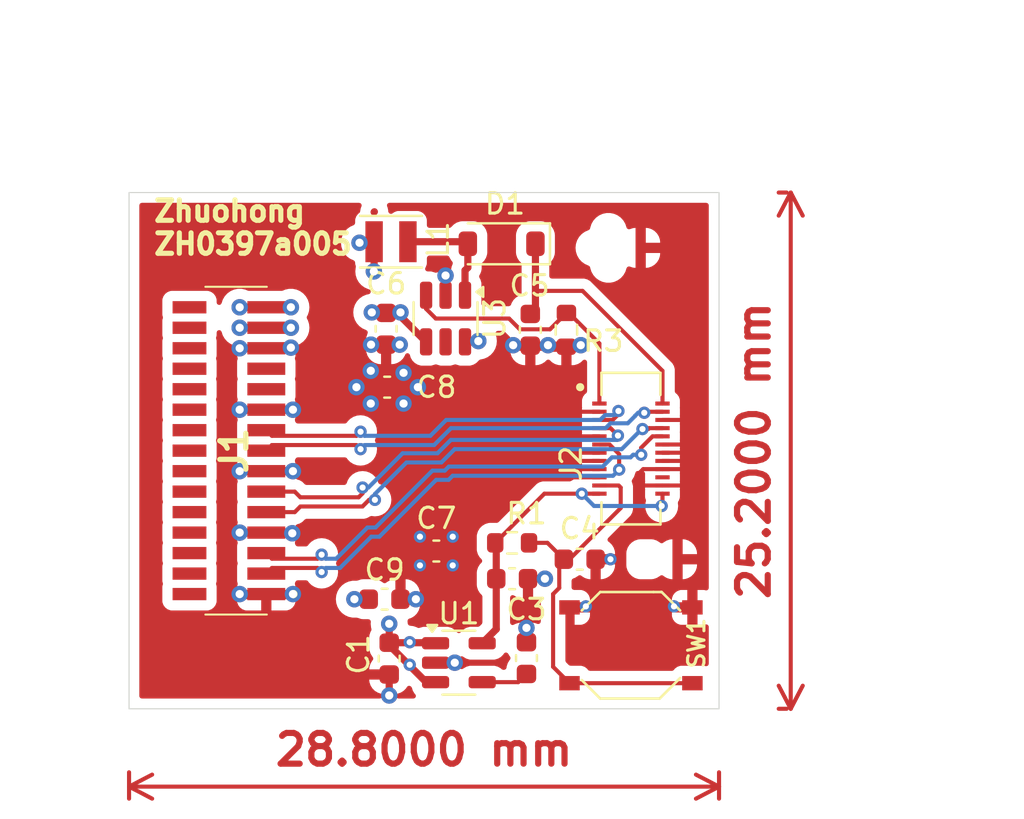
<source format=kicad_pcb>
(kicad_pcb (version 20240108) (generator "pcbnew") (generator_version "8.0")
  (layers (0 "F.Cu" signal) (1 "In1.Cu" signal) (2 "In2.Cu" signal) (31 "B.Cu" signal) (34 "B.Paste" user) (35 "F.Paste" user) (36 "B.SilkS" user "B.Silkscreen") (37 "F.SilkS" user "F.Silkscreen") (38 "B.Mask" user) (39 "F.Mask" user) (44 "Edge.Cuts" user))
  (net 0 "")
  (net 1 "GND")
  (net 2 "+3V3")
  (net 3 "Net-(U1-BP)")
  (net 19 "+2V8")
  (net 20 "D1_P")
  (net 21 "CLK_C_N")
  (net 22 "D1_N")
  (net 23 "CLK_C_P")
  (net 24 "D0_P")
  (net 25 "D0_N")
  (net 26 "RST")
  (net 27 "Net-(D1-A)")
  (net 30 "LEDA")
  (net 31 "LEDK")
  (net 32 "TE")
  (footprint "Inductor_SMD:L_Changjiang_FNR252010S" (layer "F.Cu") (at 79.0875 51.8)
    (property "Reference" "L1" (at 2.3 -0.1 90) (layer "F.SilkS"))
    (property "Value" "22uH")
    (fp_line (start -1.51 -1.26) (end 1.51 -1.26) (stroke (width 0.12)) (layer "F.SilkS"))
    (fp_line (start -1.51 1.26) (end 1.51 1.26) (stroke (width 0.12)) (layer "F.SilkS"))
    (pad "1" smd rect (at -0.825 0) (size 0.85 2) (layers "F.Cu" "F.Paste" "F.Mask") (net 2 "+3V3"))
    (pad "2" smd rect (at 0.825 0) (size 0.85 2) (layers "F.Cu" "F.Paste" "F.Mask") (net 27 "Net-(D1-A)"))
  )
  (footprint "Resistor_SMD:R_0603_1608Metric" (layer "F.Cu") (at 85 66.5)
    (property "Reference" "R1" (at 0.7 -1.43 360) (layer "F.SilkS"))
    (property "Value" "10k" (hide yes))
    (fp_line (start -0.237258 -0.5225) (end 0.237258 -0.5225) (stroke (width 0.12)) (layer "F.SilkS"))
    (fp_line (start -0.237258 0.5225) (end 0.237258 0.5225) (stroke (width 0.12)) (layer "F.SilkS"))
    (pad "1" smd roundrect (at -0.825 0) (size 0.8 0.95) (layers "F.Cu" "F.Paste" "F.Mask") (net 19 "+2V8"))
    (pad "2" smd roundrect (at 0.825 0) (size 0.8 0.95) (layers "F.Cu" "F.Paste" "F.Mask") (net 26 "RST"))
  )
  (footprint "Capacitor_SMD:C_0603_1608Metric" (layer "F.Cu") (at 85.7 72.125 90)
    (property "Reference" "C3" (at 2.375 0 0) (layer "F.SilkS"))
    (property "Value" "1uF")
    (fp_line (start -0.140581 -0.51) (end 0.140581 -0.51) (stroke (width 0.12)) (layer "F.SilkS"))
    (fp_line (start -0.140581 0.51) (end 0.140581 0.51) (stroke (width 0.12)) (layer "F.SilkS"))
    (pad "1" smd roundrect (at -0.775 0 90) (size 0.9 0.95) (layers "F.Cu" "F.Paste" "F.Mask") (net 3 "Net-(U1-BP)"))
    (pad "2" smd roundrect (at 0.775 0 90) (size 0.9 0.95) (layers "F.Cu" "F.Paste" "F.Mask") (net 1 "GND"))
  )
  (footprint "Capacitor_SMD:C_0603_1608Metric" (layer "F.Cu") (at 81.3 66.9)
    (property "Reference" "C7" (at 0 -1.6 180) (layer "F.SilkS"))
    (property "Value" "10nF")
    (fp_line (start -0.14058 -0.51) (end 0.14058 -0.51) (stroke (width 0.12)) (layer "F.SilkS"))
    (fp_line (start -0.14058 0.51) (end 0.14058 0.51) (stroke (width 0.12)) (layer "F.SilkS"))
    (pad "1" smd roundrect (at -0.775 0) (size 0.9 0.95) (layers "F.Cu" "F.Paste" "F.Mask") (net 2 "+3V3"))
    (pad "2" smd roundrect (at 0.775 0) (size 0.9 0.95) (layers "F.Cu" "F.Paste" "F.Mask") (net 1 "GND"))
  )
  (footprint "Capacitor_SMD:C_0603_1608Metric" (layer "F.Cu") (at 78.775 69.25)
    (property "Reference" "C9" (at 0 -1.43 0) (layer "F.SilkS"))
    (property "Value" "10nF")
    (fp_line (start -0.14058 -0.51) (end 0.14058 -0.51) (stroke (width 0.12)) (layer "F.SilkS"))
    (fp_line (start -0.14058 0.51) (end 0.14058 0.51) (stroke (width 0.12)) (layer "F.SilkS"))
    (pad "1" smd roundrect (at -0.775 0) (size 0.9 0.95) (layers "F.Cu" "F.Paste" "F.Mask") (net 2 "+3V3"))
    (pad "2" smd roundrect (at 0.775 0) (size 0.9 0.95) (layers "F.Cu" "F.Paste" "F.Mask") (net 1 "GND"))
  )
  (footprint "custom:SW4-SMD-5.2X5.2X1.5MM" (layer "F.Cu") (at 90.8 71.5 180)
    (property "Reference" "SW1" (at -3.2 0.1 -90) (layer "F.SilkS") (effects (font (size 0.8 0.8) (thickness 0.15) (bold yes))))
    (property "Value" "SMD-BUTTON_4P-5.2X5.2X1.5MM-SKQGADE010_" (hide yes))
    (fp_line (start 1.5 2.6) (end 2.4 1.7) (stroke (width 0.127)) (layer "F.SilkS"))
    (fp_line (start 1.5 2.6) (end -1.1 2.6) (stroke (width 0.127)) (layer "F.SilkS"))
    (fp_line (start 1.5 -2.6) (end 2.4 -1.7) (stroke (width 0.127)) (layer "F.SilkS"))
    (fp_line (start -1.1 2.6) (end -1.45982 2.6) (stroke (width 0.127)) (layer "F.SilkS"))
    (fp_line (start -1.4 -2.6) (end 1.5 -2.6) (stroke (width 0.127)) (layer "F.SilkS"))
    (fp_line (start -1.4 -2.6) (end -2.4 -1.6) (stroke (width 0.127)) (layer "F.SilkS"))
    (fp_line (start -1.45982 2.6) (end -1.5 2.6) (stroke (width 0.127)) (layer "F.SilkS"))
    (fp_line (start -1.5 2.6) (end -2.4 1.7) (stroke (width 0.127)) (layer "F.SilkS"))
    (pad "1" smd rect (at -3 -1.85 180) (size 1 0.7) (layers "F.Cu" "F.Paste" "F.Mask") (net 26 "RST"))
    (pad "2" smd rect (at 3 -1.85 180) (size 1 0.7) (layers "F.Cu" "F.Paste" "F.Mask") (net 26 "RST"))
    (pad "3" smd rect (at -3 1.85 180) (size 1 0.7) (layers "F.Cu" "F.Paste" "F.Mask") (net 1 "GND"))
    (pad "4" smd rect (at 3 1.85 180) (size 1 0.7) (layers "F.Cu" "F.Paste" "F.Mask") (net 1 "GND"))
  )
  (footprint "custom:HIROSE_DF40C-24DS-0.4V_51_" (layer "F.Cu") (at 90.8 61.9 90)
    (property "Reference" "J2" (at -0.725 -2.925 270) (layer "F.SilkS"))
    (property "Value" "DF40C-24DS-0.4V_51_")
    (fp_line (start 3.7 -1.44) (end 2.62 -1.44) (stroke (width 0.127)) (layer "F.SilkS"))
    (fp_line (start 3.7 -1.44) (end 3.7 1.44) (stroke (width 0.127)) (layer "F.SilkS"))
    (fp_line (start -2.62 -1.44) (end -3.7 -1.44) (stroke (width 0.127)) (layer "F.SilkS"))
    (fp_line (start -3.7 -1.44) (end -3.7 1.44) (stroke (width 0.127)) (layer "F.SilkS"))
    (fp_line (start 3.7 1.44) (end 2.62 1.44) (stroke (width 0.127)) (layer "F.SilkS"))
    (fp_line (start -3.7 1.44) (end -2.62 1.44) (stroke (width 0.127)) (layer "F.SilkS"))
    (fp_circle (center 3 -2.48) (end 3.1 -2.48) (stroke (width 0.2)) (fill none) (layer "F.SilkS"))
    (pad "1" smd rect (at 2.199999 -1.54 90) (size 0.2 0.7) (layers "F.Cu" "F.Mask") (net 31 "LEDK"))
    (pad "2" smd rect (at 2.199999 1.54 90) (size 0.2 0.7) (layers "F.Cu" "F.Mask") (net 30 "LEDA"))
    (pad "3" smd rect (at 1.8 -1.54 90) (size 0.2 0.7) (layers "F.Cu" "F.Mask") (net 1 "GND"))
    (pad "4" smd rect (at 1.8 1.54 90) (size 0.2 0.7) (layers "F.Cu" "F.Mask") (net 25 "D0_N"))
    (pad "5" smd rect (at 1.4 -1.54 90) (size 0.2 0.7) (layers "F.Cu" "F.Mask") (net 24 "D0_P"))
    (pad "6" smd rect (at 1.4 1.54 90) (size 0.2 0.7) (layers "F.Cu" "F.Mask") (net 1 "GND"))
    (pad "7" smd rect (at 1 -1.54 90) (size 0.2 0.7) (layers "F.Cu" "F.Mask") (net 23 "CLK_C_P"))
    (pad "8" smd rect (at 1 1.54 90) (size 0.2 0.7) (layers "F.Cu" "F.Mask") (net 21 "CLK_C_N"))
    (pad "9" smd rect (at 0.600001 -1.54 90) (size 0.2 0.7) (layers "F.Cu" "F.Mask") (net 1 "GND"))
    (pad "10" smd rect (at 0.600001 1.54 90) (size 0.2 0.7) (layers "F.Cu" "F.Mask") (net 20 "D1_P"))
    (pad "11" smd rect (at 0.2 -1.54 90) (size 0.2 0.7) (layers "F.Cu" "F.Mask") (net 22 "D1_N"))
    (pad "12" smd rect (at 0.2 1.54 90) (size 0.2 0.7) (layers "F.Cu" "F.Mask") (net 1 "GND"))
    (pad "13" smd rect (at -0.2 -1.54 90) (size 0.2 0.7) (layers "F.Cu" "F.Mask") (net 1 "GND"))
    (pad "14" smd rect (at -0.2 1.54 90) (size 0.2 0.7) (layers "F.Cu" "F.Mask") (net 1 "GND"))
    (pad "15" smd rect (at -0.600001 -1.54 90) (size 0.2 0.7) (layers "F.Cu" "F.Mask") (net 1 "GND"))
    (pad "16" smd rect (at -0.600001 1.54 90) (size 0.2 0.7) (layers "F.Cu" "F.Mask") (net 1 "GND"))
    (pad "17" smd rect (at -1 -1.54 90) (size 0.2 0.7) (layers "F.Cu" "F.Mask") (net 1 "GND"))
    (pad "18" smd rect (at -1 1.54 90) (size 0.2 0.7) (layers "F.Cu" "F.Mask") (net 1 "GND"))
    (pad "19" smd rect (at -1.4 -1.54 90) (size 0.2 0.7) (layers "F.Cu" "F.Mask") (net 1 "GND"))
    (pad "20" smd rect (at -1.4 1.54 90) (size 0.2 0.7) (layers "F.Cu" "F.Mask") (net 32 "TE"))
    (pad "21" smd rect (at -1.8 -1.54 90) (size 0.2 0.7) (layers "F.Cu" "F.Mask") (net 26 "RST"))
    (pad "22" smd rect (at -1.8 1.54 90) (size 0.2 0.7) (layers "F.Cu" "F.Mask") (net 1 "GND"))
    (pad "23" smd rect (at -2.199999 -1.54 90) (size 0.2 0.7) (layers "F.Cu" "F.Mask") (net 19 "+2V8"))
    (pad "24" smd rect (at -2.199999 1.54 90) (size 0.2 0.7) (layers "F.Cu" "F.Mask") (net 19 "+2V8"))
  )
  (footprint "Capacitor_SMD:C_0603_1608Metric" (layer "F.Cu") (at 79 72.15 -90)
    (property "Reference" "C1" (at -0.2 1.5 -90) (layer "F.SilkS"))
    (property "Value" "1uF")
    (fp_line (start -0.140581 0.51) (end 0.140581 0.51) (stroke (width 0.12)) (layer "F.SilkS"))
    (fp_line (start -0.140581 -0.51) (end 0.140581 -0.51) (stroke (width 0.12)) (layer "F.SilkS"))
    (pad "1" smd roundrect (at -0.775 0 270) (size 0.9 0.95) (layers "F.Cu" "F.Paste" "F.Mask") (net 2 "+3V3"))
    (pad "2" smd roundrect (at 0.775 0 270) (size 0.9 0.95) (layers "F.Cu" "F.Paste" "F.Mask") (net 1 "GND"))
  )
  (footprint "Capacitor_SMD:C_0603_1608Metric" (layer "F.Cu") (at 78.85 56.05 -90)
    (property "Reference" "C6" (at -2.2 0 180) (layer "F.SilkS"))
    (property "Value" "1uF")
    (fp_line (start -0.140581 0.51) (end 0.140581 0.51) (stroke (width 0.12)) (layer "F.SilkS"))
    (fp_line (start -0.140581 -0.51) (end 0.140581 -0.51) (stroke (width 0.12)) (layer "F.SilkS"))
    (pad "1" smd roundrect (at -0.775 0 270) (size 0.9 0.95) (layers "F.Cu" "F.Paste" "F.Mask") (net 2 "+3V3"))
    (pad "2" smd roundrect (at 0.775 0 270) (size 0.9 0.95) (layers "F.Cu" "F.Paste" "F.Mask") (net 1 "GND"))
  )
  (footprint "custom:117342485" (layer "F.Cu") (at 73.025 62 -90)
    (property "Reference" "J1" (at 0 1.6 -90) (layer "F.SilkS") (effects (font (size 1.27 1.27) (thickness 0.254))))
    (property "Value" "1-1734248-5" (hide yes))
    (fp_line (start -8 0) (end -8 3) (stroke (width 0.1)) (layer "F.SilkS"))
    (fp_line (start 8 0) (end 8 3) (stroke (width 0.1)) (layer "F.SilkS"))
    (fp_line (start 6.9 -1.3) (end 6.9 -1.3) (stroke (width 0.2)) (layer "F.SilkS"))
    (fp_line (start 7.1 -1.3) (end 7.1 -1.3) (stroke (width 0.2)) (layer "F.SilkS"))
    (fp_arc (start 6.9 -1.3) (mid 7 -1.4) (end 7.1 -1.3) (stroke (width 0.2)) (layer "F.SilkS"))
    (fp_arc (start 7.1 -1.3) (mid 7 -1.2) (end 6.9 -1.3) (stroke (width 0.2)) (layer "F.SilkS"))
    (pad "1" smd rect (at 7 0.025 270) (size 0.6 1.85) (layers "F.Cu" "F.Paste" "F.Mask") (net 1 "GND"))
    (pad "2" smd rect (at 6 0.025 270) (size 0.6 1.85) (layers "F.Cu" "F.Paste" "F.Mask") (net 22 "D1_N"))
    (pad "3" smd rect (at 5 0.025 270) (size 0.6 1.85) (layers "F.Cu" "F.Paste" "F.Mask") (net 20 "D1_P"))
    (pad "4" smd rect (at 4 0.025 270) (size 0.6 1.85) (layers "F.Cu" "F.Paste" "F.Mask") (net 1 "GND"))
    (pad "5" smd rect (at 3 0.025 270) (size 0.6 1.85) (layers "F.Cu" "F.Paste" "F.Mask") (net 21 "CLK_C_N"))
    (pad "6" smd rect (at 2 0.025 270) (size 0.6 1.85) (layers "F.Cu" "F.Paste" "F.Mask") (net 23 "CLK_C_P"))
    (pad "7" smd rect (at 1 0.025 270) (size 0.6 1.85) (layers "F.Cu" "F.Paste" "F.Mask") (net 1 "GND"))
    (pad "8" smd rect (at 0 0.025 270) (size 0.6 1.85) (layers "F.Cu" "F.Paste" "F.Mask") (net 25 "D0_N"))
    (pad "9" smd rect (at -1 0.025 270) (size 0.6 1.85) (layers "F.Cu" "F.Paste" "F.Mask") (net 24 "D0_P"))
    (pad "10" smd rect (at -2 0.025 270) (size 0.6 1.85) (layers "F.Cu" "F.Paste" "F.Mask") (net 1 "GND"))
    (pad "11" smd rect (at -3 0.025 270) (size 0.6 1.85) (layers "F.Cu" "F.Paste" "F.Mask"))
    (pad "12" smd rect (at -4 0.025 270) (size 0.6 1.85) (layers "F.Cu" "F.Paste" "F.Mask"))
    (pad "13" smd rect (at -5 0.025 270) (size 0.6 1.85) (layers "F.Cu" "F.Paste" "F.Mask") (net 1 "GND"))
    (pad "14" smd rect (at -6 0.025 270) (size 0.6 1.85) (layers "F.Cu" "F.Paste" "F.Mask") (net 2 "+3V3"))
    (pad "15" smd rect (at -7 0.025 270) (size 0.6 1.85) (layers "F.Cu" "F.Paste" "F.Mask") (net 2 "+3V3"))
    (pad "16" smd rect (at 7 3.775 270) (size 0.6 1.65) (layers "F.Cu" "F.Paste" "F.Mask"))
    (pad "17" smd rect (at 6 3.775 270) (size 0.6 1.65) (layers "F.Cu" "F.Paste" "F.Mask"))
    (pad "18" smd rect (at 5 3.775 270) (size 0.6 1.65) (layers "F.Cu" "F.Paste" "F.Mask"))
    (pad "19" smd rect (at 4 3.775 270) (size 0.6 1.65) (layers "F.Cu" "F.Paste" "F.Mask"))
    (pad "20" smd rect (at 3 3.775 270) (size 0.6 1.65) (layers "F.Cu" "F.Paste" "F.Mask"))
    (pad "21" smd rect (at 2 3.775 270) (size 0.6 1.65) (layers "F.Cu" "F.Paste" "F.Mask"))
    (pad "22" smd rect (at 1 3.775 270) (size 0.6 1.65) (layers "F.Cu" "F.Paste" "F.Mask"))
    (pad "23" smd rect (at 0 3.775 270) (size 0.6 1.65) (layers "F.Cu" "F.Paste" "F.Mask"))
    (pad "24" smd rect (at -1 3.775 270) (size 0.6 1.65) (layers "F.Cu" "F.Paste" "F.Mask"))
    (pad "25" smd rect (at -2 3.775 270) (size 0.6 1.65) (layers "F.Cu" "F.Paste" "F.Mask"))
    (pad "26" smd rect (at -3 3.775 270) (size 0.6 1.65) (layers "F.Cu" "F.Paste" "F.Mask"))
    (pad "27" smd rect (at -4 3.775 270) (size 0.6 1.65) (layers "F.Cu" "F.Paste" "F.Mask"))
    (pad "28" smd rect (at -5 3.775 270) (size 0.6 1.65) (layers "F.Cu" "F.Paste" "F.Mask"))
    (pad "29" smd rect (at -6 3.775 270) (size 0.6 1.65) (layers "F.Cu" "F.Paste" "F.Mask"))
    (pad "30" smd rect (at -7 3.775 270) (size 0.6 1.65) (layers "F.Cu" "F.Paste" "F.Mask"))
  )
  (footprint "Capacitor_SMD:C_0603_1608Metric" (layer "F.Cu") (at 85 68.25)
    (property "Reference" "C2" (hide yes))
    (property "Value" "1uF")
    (fp_line (start -0.14058 -0.51) (end 0.14058 -0.51) (stroke (width 0.12)) (layer "F.SilkS"))
    (fp_line (start -0.14058 0.51) (end 0.14058 0.51) (stroke (width 0.12)) (layer "F.SilkS"))
    (pad "1" smd roundrect (at -0.775 0) (size 0.9 0.95) (layers "F.Cu" "F.Paste" "F.Mask") (net 19 "+2V8"))
    (pad "2" smd roundrect (at 0.775 0) (size 0.9 0.95) (layers "F.Cu" "F.Paste" "F.Mask") (net 1 "GND"))
  )
  (footprint "Capacitor_SMD:C_0603_1608Metric" (layer "F.Cu") (at 78.9 58.9)
    (property "Reference" "C8" (at 2.4 0 0) (layer "F.SilkS"))
    (property "Value" "10nF")
    (fp_line (start -0.14058 -0.51) (end 0.14058 -0.51) (stroke (width 0.12)) (layer "F.SilkS"))
    (fp_line (start -0.14058 0.51) (end 0.14058 0.51) (stroke (width 0.12)) (layer "F.SilkS"))
    (pad "1" smd roundrect (at -0.775 0) (size 0.9 0.95) (layers "F.Cu" "F.Paste" "F.Mask") (net 2 "+3V3"))
    (pad "2" smd roundrect (at 0.775 0) (size 0.9 0.95) (layers "F.Cu" "F.Paste" "F.Mask") (net 1 "GND"))
  )
  (footprint "Package_TO_SOT_SMD:SOT-23-6" (layer "F.Cu") (at 81.75 55.55 -90)
    (property "Reference" "U3" (at 0 -2.4 90) (layer "F.SilkS"))
    (property "Value" "AP3127B")
    (fp_line (start 0 1.560001) (end -0.8 1.56) (stroke (width 0.12)) (layer "F.SilkS"))
    (fp_line (start 0 1.560001) (end 0.8 1.56) (stroke (width 0.12)) (layer "F.SilkS"))
    (fp_line (start 0 -1.560001) (end -0.8 -1.56) (stroke (width 0.12)) (layer "F.SilkS"))
    (fp_line (start 0 -1.560001) (end 0.8 -1.56) (stroke (width 0.12)) (layer "F.SilkS"))
    (fp_poly (pts (xy -1.3 -1.51) (xy -1.54 -1.84) (xy -1.06 -1.84) (xy -1.3 -1.51)) (stroke (width 0.12)) (fill solid) (layer "F.SilkS"))
    (pad "1" smd roundrect (at -1.1375 -0.949999 270) (size 1.325 0.6) (layers "F.Cu" "F.Paste" "F.Mask") (net 27 "Net-(D1-A)"))
    (pad "2" smd roundrect (at -1.1375 0 270) (size 1.325 0.6) (layers "F.Cu" "F.Paste" "F.Mask") (net 1 "GND"))
    (pad "3" smd roundrect (at -1.1375 0.949999 270) (size 1.325 0.6) (layers "F.Cu" "F.Paste" "F.Mask") (net 31 "LEDK"))
    (pad "4" smd roundrect (at 1.1375 0.949999 270) (size 1.325 0.6) (layers "F.Cu" "F.Paste" "F.Mask") (net 2 "+3V3"))
    (pad "5" smd roundrect (at 1.1375 0 270) (size 1.325 0.6) (layers "F.Cu" "F.Paste" "F.Mask"))
    (pad "6" smd roundrect (at 1.1375 -0.949999 270) (size 1.325 0.6) (layers "F.Cu" "F.Paste" "F.Mask") (net 2 "+3V3"))
  )
  (footprint "Capacitor_SMD:C_0603_1608Metric" (layer "F.Cu") (at 85.8875 56.1 -90)
    (property "Reference" "C5" (at -2.15 0.0375 180) (layer "F.SilkS"))
    (property "Value" "0.22uF")
    (fp_line (start -0.140581 0.51) (end 0.140581 0.51) (stroke (width 0.12)) (layer "F.SilkS"))
    (fp_line (start -0.140581 -0.51) (end 0.140581 -0.51) (stroke (width 0.12)) (layer "F.SilkS"))
    (pad "1" smd roundrect (at -0.775 0 270) (size 0.9 0.95) (layers "F.Cu" "F.Paste" "F.Mask") (net 30 "LEDA"))
    (pad "2" smd roundrect (at 0.775 0 270) (size 0.9 0.95) (layers "F.Cu" "F.Paste" "F.Mask") (net 1 "GND"))
  )
  (footprint "Package_TO_SOT_SMD:SOT-23-5" (layer "F.Cu") (at 82.4 72.35)
    (property "Reference" "U1" (at 0 -2.4 0) (layer "F.SilkS"))
    (property "Value" "RS3236-2.5FY5")
    (fp_line (start 0 -1.560001) (end -0.8 -1.56) (stroke (width 0.12)) (layer "F.SilkS"))
    (fp_line (start 0 -1.560001) (end 0.8 -1.56) (stroke (width 0.12)) (layer "F.SilkS"))
    (fp_line (start 0 1.560001) (end -0.8 1.56) (stroke (width 0.12)) (layer "F.SilkS"))
    (fp_line (start 0 1.560001) (end 0.8 1.56) (stroke (width 0.12)) (layer "F.SilkS"))
    (fp_poly (pts (xy -1.3 -1.51) (xy -1.54 -1.84) (xy -1.06 -1.84) (xy -1.3 -1.51)) (stroke (width 0.12)) (fill solid) (layer "F.SilkS"))
    (pad "1" smd roundrect (at -1.1375 -0.949999) (size 1.325 0.6) (layers "F.Cu" "F.Paste" "F.Mask") (net 2 "+3V3"))
    (pad "2" smd roundrect (at -1.1375 0) (size 1.325 0.6) (layers "F.Cu" "F.Paste" "F.Mask") (net 1 "GND"))
    (pad "3" smd roundrect (at -1.1375 0.949999) (size 1.325 0.6) (layers "F.Cu" "F.Paste" "F.Mask") (net 2 "+3V3"))
    (pad "4" smd roundrect (at 1.1375 0.949999) (size 1.325 0.6) (layers "F.Cu" "F.Paste" "F.Mask") (net 3 "Net-(U1-BP)"))
    (pad "5" smd roundrect (at 1.1375 -0.949999) (size 1.325 0.6) (layers "F.Cu" "F.Paste" "F.Mask") (net 19 "+2V8"))
  )
  (footprint "Resistor_SMD:R_0603_1608Metric" (layer "F.Cu") (at 87.65 56.1 -90)
    (property "Reference" "R3" (at 0.55 -1.8 180) (layer "F.SilkS"))
    (property "Value" "6R2 1%")
    (fp_line (start -0.237258 0.5225) (end 0.237258 0.5225) (stroke (width 0.12)) (layer "F.SilkS"))
    (fp_line (start -0.237258 -0.5225) (end 0.237258 -0.5225) (stroke (width 0.12)) (layer "F.SilkS"))
    (pad "1" smd roundrect (at -0.825 0 270) (size 0.8 0.95) (layers "F.Cu" "F.Paste" "F.Mask") (net 31 "LEDK"))
    (pad "2" smd roundrect (at 0.825 0 270) (size 0.8 0.95) (layers "F.Cu" "F.Paste" "F.Mask") (net 1 "GND"))
  )
  (footprint "Capacitor_SMD:C_0603_1608Metric" (layer "F.Cu") (at 88.3 67.3)
    (property "Reference" "C4" (at 0 -1.5 180) (layer "F.SilkS"))
    (property "Value" "1uF")
    (fp_line (start -0.140581 -0.51) (end 0.140581 -0.51) (stroke (width 0.12)) (layer "F.SilkS"))
    (fp_line (start -0.140581 0.51) (end 0.140581 0.51) (stroke (width 0.12)) (layer "F.SilkS"))
    (pad "1" smd roundrect (at -0.775 0) (size 0.9 0.95) (layers "F.Cu" "F.Paste" "F.Mask") (net 26 "RST"))
    (pad "2" smd roundrect (at 0.775 0) (size 0.9 0.95) (layers "F.Cu" "F.Paste" "F.Mask") (net 1 "GND"))
  )
  (footprint "Diode_SMD:D_SOD-123" (layer "F.Cu") (at 84.4875 51.9 180)
    (property "Reference" "D1" (at -0.1625 1.95 180) (layer "F.SilkS"))
    (property "Value" "1N5819W")
    (fp_line (start -2.36 1) (end 1.65 1) (stroke (width 0.12)) (layer "F.SilkS"))
    (fp_line (start -2.36 -1) (end 1.65 -1) (stroke (width 0.12)) (layer "F.SilkS"))
    (fp_line (start -2.36 -1) (end -2.36 1) (stroke (width 0.12)) (layer "F.SilkS"))
    (pad "1" smd roundrect (at -1.65 0 180) (size 0.9 1.2) (layers "F.Cu" "F.Paste" "F.Mask") (net 30 "LEDA"))
    (pad "2" smd roundrect (at 1.65 0 180) (size 0.9 1.2) (layers "F.Cu" "F.Paste" "F.Mask") (net 27 "Net-(D1-A)"))
  )
  (gr_line (start 66.3 74.6) (end 66.3 49.4) (stroke (width 0.05)) (layer "Edge.Cuts"))
  (gr_line (start 66.3 49.4) (end 95.1 49.4) (stroke (width 0.05)) (layer "Edge.Cuts"))
  (gr_line (start 95.1 49.4) (end 95.1 74.6) (stroke (width 0.05)) (layer "Edge.Cuts"))
  (gr_line (start 95.1 74.6) (end 66.3 74.6) (stroke (width 0.05)) (layer "Edge.Cuts"))
  (gr_text "Zhuohong\nZH0397a005" (at 67.4 52.5 0) (layer "F.SilkS") (effects (font (size 1 1) (thickness 0.25) (bold yes)) (justify left bottom)))
  (dimension (type aligned) (layer "F.Cu") (pts (xy 98.9 49.4) (xy 98.9 74.6)) (height 0.3) (gr_text "25,2000 mm" (at 96.8 62 90) (layer "F.Cu") (effects (font (size 1.5 1.5) (thickness 0.3)))) (format (prefix "") (suffix "") (units 3) (units_format 1) (precision 4)) (style (thickness 0.2) (arrow_length 1.27) (text_position_mode 0) (extension_height 0.58642) (extension_offset 0.5) keep_text_aligned))
  (dimension (type aligned) (layer "F.Cu") (pts (xy 66.3 77.2) (xy 95.1 77.2)) (height 1.2) (gr_text "28,8000 mm" (at 80.7 76.6 0) (layer "F.Cu") (effects (font (size 1.5 1.5) (thickness 0.3)))) (format (prefix "") (suffix "") (units 3) (units_format 1) (precision 4)) (style (thickness 0.2) (arrow_length 1.27) (text_position_mode 0) (extension_height 0.58642) (extension_offset 0.5) keep_text_aligned))
  (segment (start 78.85 56.825) (end 79.5125 56.825) (width 0.35) (layer "F.Cu") (net 1))
  (segment (start 81.2625 72.35) (end 82.2 72.35) (width 0.35) (layer "F.Cu") (net 1))
  (segment (start 73 60) (end 71.7 60) (width 0.35) (layer "F.Cu") (net 1))
  (segment (start 86.75 56.85) (end 86.775 56.875) (width 0.35) (layer "F.Cu") (net 1))
  (segment (start 89.26 62.500001) (end 87.9 62.5) (width 0.2) (layer "F.Cu") (net 1))
  (segment (start 86.725 56.875) (end 86.75 56.85) (width 0.35) (layer "F.Cu") (net 1))
  (segment (start 79.675 59.675) (end 79.7 59.7) (width 0.35) (layer "F.Cu") (net 1))
  (segment (start 73 69) (end 71.7 69) (width 0.35) (layer "F.Cu") (net 1))
  (segment (start 91.4 62.9) (end 91.2 63.1) (width 0.2) (layer "F.Cu") (net 1))
  (segment (start 88.275 56.925) (end 88.35 56.85) (width 0.35) (layer "F.Cu") (net 1))
  (segment (start 74.412682 57) (end 74.442537 56.970145) (width 0.35) (layer "F.Cu") (net 1))
  (segment (start 87.65 56.925) (end 88.275 56.925) (width 0.35) (layer "F.Cu") (net 1))
  (segment (start 82.075 66.225) (end 82.1 66.2) (width 0.2) (layer "F.Cu") (net 1))
  (segment (start 79.675 58.9) (end 79.675 59.675) (width 0.35) (layer "F.Cu") (net 1))
  (segment (start 93.4 62.1) (end 93.3 62.1) (width 0.2) (layer "F.Cu") (net 1))
  (segment (start 82.075 67.575) (end 82.1 67.6) (width 0.2) (layer "F.Cu") (net 1))
  (segment (start 79.675 58.225) (end 79.7 58.2) (width 0.35) (layer "F.Cu") (net 1))
  (segment (start 73 63) (end 74.3 63) (width 0.35) (layer "F.Cu") (net 1))
  (segment (start 92.9 69.6) (end 93.8 69.6) (width 0.35) (layer "F.Cu") (net 1))
  (segment (start 79.55 69.25) (end 80.3 69.25) (width 0.35) (layer "F.Cu") (net 1))
  (segment (start 92.34 63.7) (end 93.3 63.7) (width 0.2) (layer "F.Cu") (net 1))
  (segment (start 73 66) (end 74.229344 66) (width 0.35) (layer "F.Cu") (net 1))
  (segment (start 81.75 54.4125) (end 81.75 53.45) (width 0.35) (layer "F.Cu") (net 1))
  (segment (start 74.131833 66.168166) (end 74.268166 66.031833) (width 0.35) (layer "F.Cu") (net 1))
  (segment (start 85.7 71.35) (end 85.7 70.65) (width 0.35) (layer "F.Cu") (net 1))
  (segment (start 79.675 58.9) (end 80.4 58.9) (width 0.35) (layer "F.Cu") (net 1))
  (segment (start 89.26 61.299999) (end 87.9 61.3) (width 0.2) (layer "F.Cu") (net 1))
  (segment (start 79 72.925) (end 79 73.95) (width 0.35) (layer "F.Cu") (net 1))
  (segment (start 89.26 62.1) (end 88 62.1) (width 0.2) (layer "F.Cu") (net 1))
  (segment (start 82.075 66.9) (end 82.075 66.225) (width 0.2) (layer "F.Cu") (net 1))
  (segment (start 73 63) (end 71.7 63) (width 0.35) (layer "F.Cu") (net 1))
  (segment (start 89.075 67.3) (end 89.8 67.3) (width 0.2) (layer "F.Cu") (net 1))
  (segment (start 79.675 58.9) (end 79.675 58.225) (width 0.35) (layer "F.Cu") (net 1))
  (segment (start 78.85 56.825) (end 78.1125 56.825) (width 0.35) (layer "F.Cu") (net 1))
  (segment (start 73 69) (end 74.3 69) (width 0.35) (layer "F.Cu") (net 1))
  (segment (start 73 57) (end 71.6 57) (width 0.35) (layer "F.Cu") (net 1))
  (segment (start 85.8875 56.875) (end 85.125 56.875) (width 0.35) (layer "F.Cu") (net 1))
  (segment (start 92.34 62.9) (end 93.5 62.9) (width 0.2) (layer "F.Cu") (net 1))
  (segment (start 92.34 63.7) (end 91.4 63.7) (width 0.2) (layer "F.Cu") (net 1))
  (segment (start 89.26 60.1) (end 87.8 60.1) (width 0.2) (layer "F.Cu") (net 1))
  (segment (start 92.34 62.9) (end 91.4 62.9) (width 0.2) (layer "F.Cu") (net 1))
  (segment (start 86.775 56.875) (end 87.6 56.875) (width 0.35) (layer "F.Cu") (net 1))
  (segment (start 73 66) (end 71.7 66) (width 0.35) (layer "F.Cu") (net 1))
  (segment (start 73 57) (end 74.412682 57) (width 0.35) (layer "F.Cu") (net 1))
  (segment (start 89.26 62.9) (end 87.9 62.9) (width 0.2) (layer "F.Cu") (net 1))
  (segment (start 73 60) (end 74.3 60) (width 0.35) (layer "F.Cu") (net 1))
  (segment (start 92.34 62.500001) (end 93.5 62.5) (width 0.2) (layer "F.Cu") (net 1))
  (segment (start 92.34 60.5) (end 93.3 60.5) (width 0.2) (layer "F.Cu") (net 1))
  (segment (start 85.8875 56.875) (end 86.725 56.875) (width 0.35) (layer "F.Cu") (net 1))
  (segment (start 82.075 66.9) (end 82.075 67.575) (width 0.2) (layer "F.Cu") (net 1))
  (segment (start 88.6 69.6) (end 87.8 69.6) (width 0.35) (layer "F.Cu") (net 1))
  (segment (start 92.34 62.1) (end 93.4 62.1) (width 0.2) (layer "F.Cu") (net 1))
  (segment (start 85.775 68.25) (end 86.6 68.25) (width 0.35) (layer "F.Cu") (net 1))
  (segment (start 92.34 61.7) (end 93.4 61.7) (width 0.2) (layer "F.Cu") (net 1))
  (segment (start 89.26 63.3) (end 87.9 63.3) (width 0.2) (layer "F.Cu") (net 1))
  (via (at 86.6 68.25) (size 0.8) (drill 0.4) (layers "F.Cu" "B.Cu") (net 1))
  (via (at 79.5125 56.825) (size 0.8) (drill 0.4) (layers "F.Cu" "B.Cu") (net 1))
  (via (at 80.3 69.25) (size 0.8) (drill 0.4) (layers "F.Cu" "B.Cu") (net 1))
  (via (at 88.6 69.6) (size 0.6) (drill 0.3) (layers "F.Cu" "B.Cu") (net 1))
  (via (at 74.3 63) (size 0.8) (drill 0.4) (layers "F.Cu" "B.Cu") (net 1))
  (via (at 71.7 69) (size 0.8) (drill 0.4) (layers "F.Cu" "B.Cu") (net 1))
  (via (at 74.3 69) (size 0.8) (drill 0.4) (layers "F.Cu" "B.Cu") (net 1))
  (via (at 79 73.95) (size 0.8) (drill 0.4) (layers "F.Cu" "B.Cu") (net 1))
  (via (at 86.75 56.85) (size 0.8) (drill 0.4) (layers "F.Cu" "B.Cu") (net 1))
  (via (at 74.3 60) (size 0.8) (drill 0.4) (layers "F.Cu" "B.Cu") (net 1))
  (via (at 85.7 70.65) (size 0.8) (drill 0.4) (layers "F.Cu" "B.Cu") (net 1))
  (via (at 92.9 69.6) (size 0.6) (drill 0.3) (layers "F.Cu" "B.Cu") (net 1))
  (via (at 79.7 58.2) (size 0.8) (drill 0.4) (layers "F.Cu" "B.Cu") (net 1))
  (via (at 85.05 56.85) (size 0.8) (drill 0.4) (layers "F.Cu" "B.Cu") (net 1))
  (via (at 81.75 53.45) (size 0.8) (drill 0.4) (layers "F.Cu" "B.Cu") (net 1))
  (via (at 88.35 56.85) (size 0.8) (drill 0.4) (layers "F.Cu" "B.Cu") (net 1))
  (via (at 78.1125 56.825) (size 0.8) (drill 0.4) (layers "F.Cu" "B.Cu") (net 1))
  (via (at 82.2 72.35) (size 0.8) (drill 0.4) (layers "F.Cu" "B.Cu") (net 1))
  (via (at 74.268166 66.031833) (size 0.8) (drill 0.4) (layers "F.Cu" "B.Cu") (net 1))
  (via (at 74.2 56.970145) (size 0.8) (drill 0.4) (layers "F.Cu" "B.Cu") (net 1))
  (via (at 82.1 67.6) (size 0.6) (drill 0.3) (layers "F.Cu" "B.Cu") (net 1))
  (via (at 80.4 58.9) (size 0.8) (drill 0.4) (layers "F.Cu" "B.Cu") (net 1))
  (via (at 82.1 66.2) (size 0.6) (drill 0.3) (layers "F.Cu" "B.Cu") (net 1))
  (via (at 71.7 66) (size 0.8) (drill 0.4) (layers "F.Cu" "B.Cu") (net 1))
  (via (at 71.7 60) (size 0.8) (drill 0.4) (layers "F.Cu" "B.Cu") (net 1))
  (via (at 89.8 67.3) (size 0.6) (drill 0.3) (layers "F.Cu" "B.Cu") (net 1))
  (via (at 79.7 59.7) (size 0.8) (drill 0.4) (layers "F.Cu" "B.Cu") (net 1))
  (via (at 71.7 63) (size 0.8) (drill 0.4) (layers "F.Cu" "B.Cu") (net 1))
  (via (at 71.7 57) (size 0.8) (drill 0.4) (layers "F.Cu" "B.Cu") (net 1))
  (segment (start 79.625 55.275) (end 79.65 55.25) (width 0.35) (layer "F.Cu") (net 2))
  (segment (start 73 55) (end 71.7 55) (width 0.35) (layer "F.Cu") (net 2))
  (segment (start 79.975 71.375) (end 80 71.35) (width 0.35) (layer "F.Cu") (net 2))
  (segment (start 78.175 55.275) (end 78.15 55.25) (width 0.35) (layer "F.Cu") (net 2))
  (segment (start 78 69.25) (end 77.3 69.25) (width 0.35) (layer "F.Cu") (net 2))
  (segment (start 80.025 71.375) (end 81.237499 71.375) (width 0.35) (layer "F.Cu") (net 2))
  (segment (start 78.125 58.125) (end 78.1 58.1) (width 0.35) (layer "F.Cu") (net 2))
  (segment (start 73 55) (end 74.2 55) (width 0.35) (layer "F.Cu") (net 2))
  (segment (start 78.125 58.9) (end 78.125 59.675) (width 0.35) (layer "F.Cu") (net 2))
  (segment (start 73 56) (end 71.7 56) (width 0.35) (layer "F.Cu") (net 2))
  (segment (start 78.85 55.275) (end 78.175 55.275) (width 0.35) (layer "F.Cu") (net 2))
  (segment (start 80 71.35) (end 80.025 71.375) (width 0.35) (layer "F.Cu") (net 2))
  (segment (start 80.525 67.575) (end 80.5 67.6) (width 0.2) (layer "F.Cu") (net 2))
  (segment (start 79.953382 72.45) (end 79 71.496618) (width 0.35) (layer "F.Cu") (net 2))
  (segment (start 79 71.375) (end 79 70.45) (width 0.35) (layer "F.Cu") (net 2))
  (segment (start 80.525 66.9) (end 80.525 67.575) (width 0.2) (layer "F.Cu") (net 2))
  (segment (start 80 72.45) (end 79.953382 72.45) (width 0.35) (layer "F.Cu") (net 2))
  (segment (start 77.5 51.8) (end 77.45 51.85) (width 0.35) (layer "F.Cu") (net 2))
  (segment (start 83.3125 56.6875) (end 83.35 56.65) (width 0.35) (layer "F.Cu") (net 2))
  (segment (start 79 71.375) (end 79.975 71.375) (width 0.35) (layer "F.Cu") (net 2))
  (segment (start 78.2625 51.8) (end 77.5 51.8) (width 0.35) (layer "F.Cu") (net 2))
  (segment (start 73 56) (end 74.2 56) (width 0.35) (layer "F.Cu") (net 2))
  (segment (start 78.125 58.9) (end 77.4 58.9) (width 0.35) (layer "F.Cu") (net 2))
  (segment (start 78.125 59.675) (end 78.1 59.7) (width 0.35) (layer "F.Cu") (net 2))
  (segment (start 79.65 55.25) (end 79.65 55.537499) (width 0.35) (layer "F.Cu") (net 2))
  (segment (start 78.2625 53.2375) (end 78.25 53.25) (width 0.35) (layer "F.Cu") (net 2))
  (segment (start 80.525 66.275) (end 80.6 66.2) (width 0.2) (layer "F.Cu") (net 2))
  (segment (start 78.85 55.275) (end 79.625 55.275) (width 0.35) (layer "F.Cu") (net 2))
  (segment (start 78.125 58.9) (end 78.125 58.125) (width 0.35) (layer "F.Cu") (net 2))
  (segment (start 80.525 66.9) (end 80.525 66.275) (width 0.2) (layer "F.Cu") (net 2))
  (segment (start 82.699999 56.6875) (end 83.3125 56.6875) (width 0.35) (layer "F.Cu") (net 2))
  (segment (start 80.803381 73.299999) (end 80 72.496618) (width 0.35) (layer "F.Cu") (net 2))
  (segment (start 79.65 55.537499) (end 80.800001 56.6875) (width 0.35) (layer "F.Cu") (net 2))
  (segment (start 78.275 50.3375) (end 78.2625 50.35) (width 0.35) (layer "F.Cu") (net 2))
  (segment (start 78.2625 51.8) (end 78.2625 53.2375) (width 0.35) (layer "F.Cu") (net 2))
  (segment (start 80 72.496618) (end 80 72.45) (width 0.35) (layer "F.Cu") (net 2))
  (via (at 74.2 56) (size 0.8) (drill 0.4) (layers "F.Cu" "B.Cu") (net 2))
  (via (at 79.55 55.25) (size 0.8) (drill 0.4) (layers "F.Cu" "B.Cu") (net 2))
  (via (at 71.7 56) (size 0.8) (drill 0.4) (layers "F.Cu" "B.Cu") (net 2))
  (via (at 71.7 55) (size 0.8) (drill 0.4) (layers "F.Cu" "B.Cu") (net 2))
  (via (at 78.1 59.7) (size 0.8) (drill 0.4) (layers "F.Cu" "B.Cu") (net 2))
  (via (at 74.2 55) (size 0.8) (drill 0.4) (layers "F.Cu" "B.Cu") (net 2))
  (via (at 79 70.45) (size 0.8) (drill 0.4) (layers "F.Cu" "B.Cu") (net 2))
  (via (at 78.1 58.1) (size 0.8) (drill 0.4) (layers "F.Cu" "B.Cu") (net 2))
  (via (at 78.15 55.25) (size 0.8) (drill 0.4) (layers "F.Cu" "B.Cu") (net 2))
  (via (at 83.35 56.65) (size 0.8) (drill 0.4) (layers "F.Cu" "B.Cu") (net 2))
  (via (at 80.5 66.2) (size 0.6) (drill 0.3) (layers "F.Cu" "B.Cu") (net 2))
  (via (at 77.3 69.25) (size 0.8) (drill 0.4) (layers "F.Cu" "B.Cu") (net 2))
  (via (at 80 72.45) (size 0.6) (drill 0.3) (layers "F.Cu" "B.Cu") (net 2))
  (via (at 77.4 58.9) (size 0.8) (drill 0.4) (layers "F.Cu" "B.Cu") (net 2))
  (via (at 80 71.35) (size 0.6) (drill 0.3) (layers "F.Cu" "B.Cu") (net 2))
  (via (at 77.55 51.85) (size 0.8) (drill 0.4) (layers "F.Cu" "B.Cu") (net 2))
  (via (at 78.25 53.25) (size 0.8) (drill 0.4) (layers "F.Cu" "B.Cu") (net 2))
  (via (at 80.5 67.6) (size 0.6) (drill 0.3) (layers "F.Cu" "B.Cu") (net 2))
  (segment (start 83.5375 73.299999) (end 85.300001 73.299999) (width 0.2) (layer "F.Cu") (net 3))
  (segment (start 85.300001 73.299999) (end 85.7 72.9) (width 0.2) (layer "F.Cu") (net 3))
  (segment (start 92.34 64.099999) (end 92.34 64.66) (width 0.2) (layer "F.Cu") (net 19))
  (segment (start 86.575001 64.099999) (end 84.175 66.5) (width 0.2) (layer "F.Cu") (net 19))
  (segment (start 92.34 64.66) (end 92.3 64.7) (width 0.2) (layer "F.Cu") (net 19))
  (segment (start 84.225 68.25) (end 84.225 66.55) (width 0.35) (layer "F.Cu") (net 19))
  (segment (start 84.225 70.712501) (end 84.225 68.25) (width 0.35) (layer "F.Cu") (net 19))
  (segment (start 89.26 64.099999) (end 88.4 64.099999) (width 0.2) (layer "F.Cu") (net 19))
  (segment (start 84.225 66.55) (end 84.175 66.5) (width 0.35) (layer "F.Cu") (net 19))
  (segment (start 88.4 64.099999) (end 86.575001 64.099999) (width 0.2) (layer "F.Cu") (net 19))
  (segment (start 83.5375 71.400001) (end 84.225 70.712501) (width 0.35) (layer "F.Cu") (net 19))
  (via (at 92.3 64.7) (size 0.6) (drill 0.3) (layers "F.Cu" "B.Cu") (net 19))
  (via (at 88.4 64.099999) (size 0.6) (drill 0.3) (layers "F.Cu" "B.Cu") (net 19))
  (segment (start 92.3 64.7) (end 89.000001 64.7) (width 0.2) (layer "B.Cu") (net 19))
  (segment (start 89.000001 64.7) (end 88.4 64.099999) (width 0.2) (layer "B.Cu") (net 19))
  (segment (start 91.855686 61.299999) (end 92.34 61.299999) (width 0.2) (layer "F.Cu") (net 20))
  (segment (start 91.3 62.2) (end 91.3 61.855685) (width 0.2) (layer "F.Cu") (net 20))
  (segment (start 73 67) (end 73.274999 67.274999) (width 0.2) (layer "F.Cu") (net 20))
  (segment (start 91.3 61.855685) (end 91.855686 61.299999) (width 0.2) (layer "F.Cu") (net 20))
  (segment (start 73.274999 67.274999) (end 75.500001 67.274999) (width 0.2) (layer "F.Cu") (net 20))
  (segment (start 75.500001 67.274999) (end 75.7 67.075) (width 0.2) (layer "F.Cu") (net 20))
  (via (at 75.7 67.075) (size 0.6) (drill 0.3) (layers "F.Cu" "B.Cu") (net 20))
  (via (at 91.3 62.2) (size 0.6) (drill 0.3) (layers "F.Cu" "B.Cu") (net 20))
  (segment (start 78.33178 65.75002) (end 81.106819 62.974981) (width 0.2) (layer "B.Cu") (net 20))
  (segment (start 81.710958 62.974981) (end 81.91094 62.774999) (width 0.2) (layer "B.Cu") (net 20))
  (segment (start 89.874999 62.325001) (end 90.782045 62.325001) (width 0.2) (layer "B.Cu") (net 20))
  (segment (start 89.425001 62.774999) (end 89.874999 62.325001) (width 0.2) (layer "B.Cu") (net 20))
  (segment (start 90.907046 62.2) (end 91.3 62.2) (width 0.2) (layer "B.Cu") (net 20))
  (segment (start 76.411183 67.274999) (end 77.936162 65.75002) (width 0.2) (layer "B.Cu") (net 20))
  (segment (start 75.7 67.075) (end 75.899999 67.274999) (width 0.2) (layer "B.Cu") (net 20))
  (segment (start 77.936162 65.75002) (end 78.33178 65.75002) (width 0.2) (layer "B.Cu") (net 20))
  (segment (start 90.782045 62.325001) (end 90.907046 62.2) (width 0.2) (layer "B.Cu") (net 20))
  (segment (start 75.899999 67.274999) (end 76.411183 67.274999) (width 0.2) (layer "B.Cu") (net 20))
  (segment (start 81.91094 62.774999) (end 89.425001 62.774999) (width 0.2) (layer "B.Cu") (net 20))
  (segment (start 81.106819 62.974981) (end 81.710958 62.974981) (width 0.2) (layer "B.Cu") (net 20))
  (segment (start 78.017678 64.400521) (end 78.300521 64.400521) (width 0.2) (layer "F.Cu") (net 21))
  (segment (start 77.693199 64.725) (end 78.017678 64.400521) (width 0.2) (layer "F.Cu") (net 21))
  (segment (start 91.362707 60.944448) (end 91.645551 60.944448) (width 0.2) (layer "F.Cu") (net 21))
  (segment (start 91.69 60.899999) (end 92.34 60.9) (width 0.2) (layer "F.Cu") (net 21))
  (segment (start 74.662501 64.725) (end 77.693199 64.725) (width 0.2) (layer "F.Cu") (net 21))
  (segment (start 91.645551 60.944448) (end 91.69 60.899999) (width 0.2) (layer "F.Cu") (net 21))
  (segment (start 74.387501 65) (end 74.662501 64.725) (width 0.2) (layer "F.Cu") (net 21))
  (segment (start 73 65) (end 74.387501 65) (width 0.2) (layer "F.Cu") (net 21))
  (via (at 91.362707 60.944448) (size 0.6) (drill 0.3) (layers "F.Cu" "B.Cu") (net 21))
  (via (at 78.300521 64.400521) (size 0.6) (drill 0.3) (layers "F.Cu" "B.Cu") (net 21))
  (segment (start 91.330448 60.944448) (end 90.349895 61.925001) (width 0.2) (layer "B.Cu") (net 21))
  (segment (start 79.843218 62.574981) (end 78.300521 64.117678) (width 0.2) (layer "B.Cu") (net 21))
  (segment (start 90.349895 61.925001) (end 82.195253 61.925001) (width 0.2) (layer "B.Cu") (net 21))
  (segment (start 91.362707 60.944448) (end 91.330448 60.944448) (width 0.2) (layer "B.Cu") (net 21))
  (segment (start 81.545273 62.574981) (end 79.843218 62.574981) (width 0.2) (layer "B.Cu") (net 21))
  (segment (start 82.195253 61.925001) (end 81.545273 62.574981) (width 0.2) (layer "B.Cu") (net 21))
  (segment (start 78.300521 64.117678) (end 78.300521 64.400521) (width 0.2) (layer "B.Cu") (net 21))
  (segment (start 90.224265 62.169265) (end 89.755 61.7) (width 0.2) (layer "F.Cu") (net 22))
  (segment (start 73 68) (end 73.274999 67.725001) (width 0.2) (layer "F.Cu") (net 22))
  (segment (start 75.500001 67.725001) (end 75.7 67.925) (width 0.2) (layer "F.Cu") (net 22))
  (segment (start 89.755 61.7) (end 89.26 61.7) (width 0.2) (layer "F.Cu") (net 22))
  (segment (start 73.274999 67.725001) (end 75.500001 67.725001) (width 0.2) (layer "F.Cu") (net 22))
  (segment (start 90.224265 62.925001) (end 90.224265 62.169265) (width 0.2) (layer "F.Cu") (net 22))
  (via (at 90.224265 62.925001) (size 0.6) (drill 0.3) (layers "F.Cu" "B.Cu") (net 22))
  (via (at 75.7 67.925) (size 0.6) (drill 0.3) (layers "F.Cu" "B.Cu") (net 22))
  (segment (start 81.897346 63.424961) (end 81.293239 63.424961) (width 0.2) (layer "B.Cu") (net 22))
  (segment (start 75.899999 67.725001) (end 75.7 67.925) (width 0.2) (layer "B.Cu") (net 22))
  (segment (start 81.293239 63.424961) (end 78.5182 66.2) (width 0.2) (layer "B.Cu") (net 22))
  (segment (start 78.5182 66.2) (end 78.12255 66.2) (width 0.2) (layer "B.Cu") (net 22))
  (segment (start 82.097306 63.225001) (end 81.897346 63.424961) (width 0.2) (layer "B.Cu") (net 22))
  (segment (start 78.12255 66.2) (end 76.597549 67.725001) (width 0.2) (layer "B.Cu") (net 22))
  (segment (start 89.924265 63.225001) (end 82.097306 63.225001) (width 0.2) (layer "B.Cu") (net 22))
  (segment (start 76.597549 67.725001) (end 75.899999 67.725001) (width 0.2) (layer "B.Cu") (net 22))
  (segment (start 90.224265 62.925001) (end 89.924265 63.225001) (width 0.2) (layer "B.Cu") (net 22))
  (segment (start 77.506801 64.275) (end 77.699479 64.082322) (width 0.2) (layer "F.Cu") (net 23))
  (segment (start 77.699479 64.082322) (end 77.699479 63.799479) (width 0.2) (layer "F.Cu") (net 23))
  (segment (start 74.662501 64.275) (end 77.506801 64.275) (width 0.2) (layer "F.Cu") (net 23))
  (segment (start 90.164706 61.261661) (end 89.803045 60.9) (width 0.2) (layer "F.Cu") (net 23))
  (segment (start 89.803045 60.9) (end 89.26 60.9) (width 0.2) (layer "F.Cu") (net 23))
  (segment (start 73 64) (end 74.387501 64) (width 0.2) (layer "F.Cu") (net 23))
  (segment (start 74.387501 64) (end 74.662501 64.275) (width 0.2) (layer "F.Cu") (net 23))
  (via (at 77.699479 63.799479) (size 0.6) (drill 0.3) (layers "F.Cu" "B.Cu") (net 23))
  (via (at 90.164706 61.261661) (size 0.6) (drill 0.3) (layers "F.Cu" "B.Cu") (net 23))
  (segment (start 79.6568 62.125001) (end 77.982322 63.799479) (width 0.2) (layer "B.Cu") (net 23))
  (segment (start 81.358885 62.125001) (end 79.6568 62.125001) (width 0.2) (layer "B.Cu") (net 23))
  (segment (start 77.982322 63.799479) (end 77.699479 63.799479) (width 0.2) (layer "B.Cu") (net 23))
  (segment (start 82.008887 61.474999) (end 81.358885 62.125001) (width 0.2) (layer "B.Cu") (net 23))
  (segment (start 90.164706 61.261661) (end 90.164706 61.435294) (width 0.2) (layer "B.Cu") (net 23))
  (segment (start 90.164706 61.435294) (end 90.125001 61.474999) (width 0.2) (layer "B.Cu") (net 23))
  (segment (start 90.125001 61.474999) (end 82.008887 61.474999) (width 0.2) (layer "B.Cu") (net 23))
  (segment (start 73.274999 61.274999) (end 77.400001 61.274999) (width 0.2) (layer "F.Cu") (net 24))
  (segment (start 90.190012 60.062439) (end 90.190012 60.219988) (width 0.2) (layer "F.Cu") (net 24))
  (segment (start 73 61) (end 73.274999 61.274999) (width 0.2) (layer "F.Cu") (net 24))
  (segment (start 77.400001 61.274999) (end 77.6 61.075) (width 0.2) (layer "F.Cu") (net 24))
  (segment (start 90.190012 60.219988) (end 89.91 60.5) (width 0.2) (layer "F.Cu") (net 24))
  (segment (start 90.21413 60.062439) (end 90.190012 60.062439) (width 0.2) (layer "F.Cu") (net 24))
  (segment (start 89.91 60.5) (end 89.26 60.5) (width 0.2) (layer "F.Cu") (net 24))
  (via (at 90.190012 60.062439) (size 0.6) (drill 0.3) (layers "F.Cu" "B.Cu") (net 24))
  (via (at 77.6 61.075) (size 0.6) (drill 0.3) (layers "F.Cu" "B.Cu") (net 24))
  (segment (start 81.006801 61.274999) (end 77.799999 61.274999) (width 0.2) (layer "B.Cu") (net 24))
  (segment (start 89.3 60.5) (end 81.7818 60.5) (width 0.2) (layer "B.Cu") (net 24))
  (segment (start 81.7818 60.5) (end 81.006801 61.274999) (width 0.2) (layer "B.Cu") (net 24))
  (segment (start 89.990012 60.262439) (end 89.537561 60.262439) (width 0.2) (layer "B.Cu") (net 24))
  (segment (start 77.799999 61.274999) (end 77.6 61.075) (width 0.2) (layer "B.Cu") (net 24))
  (segment (start 90.190012 60.062439) (end 89.990012 60.262439) (width 0.2) (layer "B.Cu") (net 24))
  (segment (start 89.537561 60.262439) (end 89.3 60.5) (width 0.2) (layer "B.Cu") (net 24))
  (segment (start 73.274999 61.725001) (end 77.400001 61.725001) (width 0.2) (layer "F.Cu") (net 25))
  (segment (start 77.400001 61.725001) (end 77.6 61.925) (width 0.2) (layer "F.Cu") (net 25))
  (segment (start 91.449999 60.149999) (end 91.499998 60.1) (width 0.2) (layer "F.Cu") (net 25))
  (segment (start 91.499998 60.1) (end 92.34 60.1) (width 0.2) (layer "F.Cu") (net 25))
  (segment (start 73 62) (end 73.274999 61.725001) (width 0.2) (layer "F.Cu") (net 25))
  (via (at 91.449999 60.149999) (size 0.6) (drill 0.3) (layers "F.Cu" "B.Cu") (net 25))
  (via (at 77.6 61.925) (size 0.6) (drill 0.3) (layers "F.Cu" "B.Cu") (net 25))
  (segment (start 89.564576 60.9) (end 82.0182 60.9) (width 0.2) (layer "B.Cu") (net 25))
  (segment (start 89.802137 60.662439) (end 89.564576 60.9) (width 0.2) (layer "B.Cu") (net 25))
  (segment (start 82.0182 60.9) (end 81.193199 61.725001) (width 0.2) (layer "B.Cu") (net 25))
  (segment (start 77.799999 61.725001) (end 77.6 61.925) (width 0.2) (layer "B.Cu") (net 25))
  (segment (start 90.998382 60.301618) (end 90.998382 60.310968) (width 0.2) (layer "B.Cu") (net 25))
  (segment (start 90.998382 60.310968) (end 90.646911 60.662439) (width 0.2) (layer "B.Cu") (net 25))
  (segment (start 90.646911 60.662439) (end 89.802137 60.662439) (width 0.2) (layer "B.Cu") (net 25))
  (segment (start 81.193199 61.725001) (end 77.799999 61.725001) (width 0.2) (layer "B.Cu") (net 25))
  (segment (start 91.150001 60.149999) (end 90.998382 60.301618) (width 0.2) (layer "B.Cu") (net 25))
  (segment (start 91.449999 60.149999) (end 91.150001 60.149999) (width 0.2) (layer "B.Cu") (net 25))
  (segment (start 87 69) (end 87 72.55) (width 0.2) (layer "F.Cu") (net 26))
  (segment (start 87.3 67.451471) (end 87.3 68.7) (width 0.2) (layer "F.Cu") (net 26))
  (segment (start 86.725 66.5) (end 87.525 67.3) (width 0.2) (layer "F.Cu") (net 26))
  (segment (start 90.3 64.8) (end 90.3 63.8) (width 0.2) (layer "F.Cu") (net 26))
  (segment (start 87 72.55) (end 87.8 73.35) (width 0.2) (layer "F.Cu") (net 26))
  (segment (start 90.2 63.7) (end 89.26 63.7) (width 0.2) (layer "F.Cu") (net 26))
  (segment (start 87.8 67.3) (end 90.3 64.8) (width 0.2) (layer "F.Cu") (net 26))
  (segment (start 85.825 66.5) (end 86.725 66.5) (width 0.2) (layer "F.Cu") (net 26))
  (segment (start 87.525 67.3) (end 87.8 67.3) (width 0.2) (layer "F.Cu") (net 26))
  (segment (start 90.3 63.8) (end 90.2 63.7) (width 0.2) (layer "F.Cu") (net 26))
  (segment (start 87.525 67.3) (end 87.201471 67.3) (width 0.2) (layer "F.Cu") (net 26))
  (segment (start 87.3 68.7) (end 87 69) (width 0.2) (layer "F.Cu") (net 26))
  (segment (start 87.8 73.35) (end 93.8 73.35) (width 0.2) (layer "F.Cu") (net 26))
  (segment (start 79.9125 51.8) (end 82.7375 51.8) (width 0.35) (layer "F.Cu") (net 27))
  (segment (start 82.8375 51.9) (end 82.8375 53.0625) (width 0.35) (layer "F.Cu") (net 27))
  (segment (start 82.699999 53.200001) (end 82.699999 54.4125) (width 0.35) (layer "F.Cu") (net 27))
  (segment (start 82.8375 53.0625) (end 82.699999 53.200001) (width 0.35) (layer "F.Cu") (net 27))
  (segment (start 86.1375 54.2) (end 88.4375 54.2) (width 0.2) (layer "F.Cu") (net 30))
  (segment (start 92.34 58.1025) (end 92.34 59.700001) (width 0.2) (layer "F.Cu") (net 30))
  (segment (start 86.1375 55.075) (end 86.1375 51.9) (width 0.35) (layer "F.Cu") (net 30))
  (segment (start 88.4375 54.2) (end 92.34 58.1025) (width 0.2) (layer "F.Cu") (net 30))
  (segment (start 84.85 55.55) (end 85.375 56.075) (width 0.2) (layer "F.Cu") (net 31))
  (segment (start 87.65 55.275) (end 87.76495 55.275) (width 0.2) (layer "F.Cu") (net 31))
  (segment (start 80.800001 55.074999) (end 81.275002 55.55) (width 0.2) (layer "F.Cu") (net 31))
  (segment (start 86.85 56.075) (end 87.65 55.275) (width 0.2) (layer "F.Cu") (net 31))
  (segment (start 80.800001 54.4125) (end 80.800001 55.074999) (width 0.2) (layer "F.Cu") (net 31))
  (segment (start 81.275002 55.55) (end 84.85 55.55) (width 0.2) (layer "F.Cu") (net 31))
  (segment (start 87.76495 55.275) (end 89.26 56.77005) (width 0.2) (layer "F.Cu") (net 31))
  (segment (start 85.375 56.075) (end 86.85 56.075) (width 0.2) (layer "F.Cu") (net 31))
  (segment (start 89.26 56.77005) (end 89.26 59.700001) (width 0.2) (layer "F.Cu") (net 31))
  (zone (net 1) (net_name "GND") (layers "F.Cu" "In1.Cu") (connect_pads (clearance 0.5)) (min_thickness 0.25) (fill yes (thermal_gap 0.5) (thermal_bridge_width 0.5))
    (polygon (pts (xy 60 40) (xy 110 40) (xy 110 80) (xy 60 80)))
  )
)
</source>
